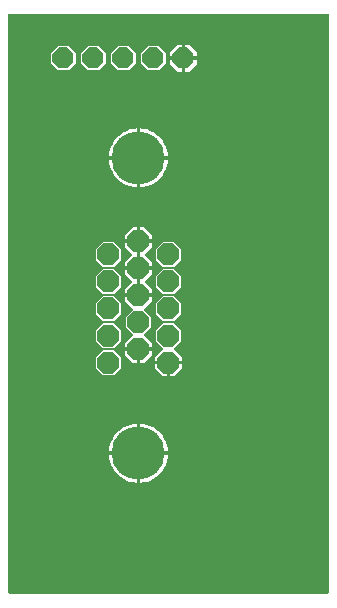
<source format=gbl>
G04 EAGLE Gerber X2 export*
%TF.Part,Single*%
%TF.FileFunction,Copper,L2,Bot,Mixed*%
%TF.FilePolarity,Positive*%
%TF.GenerationSoftware,Autodesk,EAGLE,9.0.0*%
%TF.CreationDate,2018-05-04T14:34:45Z*%
G75*
%MOIN*%
%FSLAX34Y34*%
%LPD*%
%AMOC8*
5,1,8,0,0,1.08239X$1,22.5*%
G01*
%ADD10P,0.076705X8X292.500000*%
%ADD11C,0.177165*%
%ADD12C,0.023780*%
%ADD13P,0.075767X8X22.500000*%
%ADD14C,0.032480*%
%ADD15C,0.021811*%

G36*
X10813Y151D02*
X10813Y151D01*
X10814Y151D01*
X10818Y152D01*
X10822Y152D01*
X10822Y153D01*
X10824Y153D01*
X10827Y155D01*
X10830Y157D01*
X10831Y158D01*
X10832Y158D01*
X10834Y161D01*
X10837Y164D01*
X10837Y165D01*
X10838Y166D01*
X10839Y169D01*
X10840Y173D01*
X10841Y174D01*
X10841Y175D01*
X10841Y180D01*
X10841Y19440D01*
X10841Y19441D01*
X10841Y19442D01*
X10840Y19446D01*
X10840Y19450D01*
X10839Y19450D01*
X10839Y19451D01*
X10837Y19455D01*
X10835Y19458D01*
X10835Y19459D01*
X10834Y19460D01*
X10831Y19462D01*
X10828Y19464D01*
X10827Y19465D01*
X10826Y19466D01*
X10823Y19467D01*
X10820Y19468D01*
X10819Y19468D01*
X10818Y19469D01*
X10812Y19469D01*
X180Y19469D01*
X179Y19469D01*
X178Y19469D01*
X174Y19468D01*
X171Y19468D01*
X170Y19467D01*
X169Y19467D01*
X165Y19465D01*
X162Y19463D01*
X161Y19462D01*
X158Y19459D01*
X156Y19456D01*
X155Y19455D01*
X155Y19454D01*
X153Y19451D01*
X152Y19448D01*
X152Y19446D01*
X151Y19445D01*
X151Y19440D01*
X151Y180D01*
X151Y179D01*
X151Y178D01*
X152Y174D01*
X152Y171D01*
X153Y170D01*
X153Y169D01*
X155Y165D01*
X157Y162D01*
X158Y161D01*
X161Y158D01*
X164Y156D01*
X165Y155D01*
X166Y155D01*
X169Y153D01*
X173Y152D01*
X174Y152D01*
X175Y151D01*
X180Y151D01*
X10812Y151D01*
X10813Y151D01*
G37*
%LPC*%
G36*
X4499Y8298D02*
X4499Y8298D01*
X4499Y8329D01*
X4499Y8330D01*
X4499Y8331D01*
X4498Y8335D01*
X4498Y8339D01*
X4497Y8340D01*
X4497Y8341D01*
X4495Y8344D01*
X4493Y8347D01*
X4492Y8348D01*
X4492Y8349D01*
X4489Y8351D01*
X4486Y8354D01*
X4485Y8354D01*
X4484Y8355D01*
X4481Y8356D01*
X4477Y8358D01*
X4476Y8358D01*
X4475Y8358D01*
X4470Y8358D01*
X4045Y8358D01*
X4045Y8488D01*
X4315Y8758D01*
X4316Y8759D01*
X4318Y8762D01*
X4320Y8765D01*
X4321Y8766D01*
X4321Y8767D01*
X4322Y8771D01*
X4323Y8775D01*
X4323Y8776D01*
X4323Y8777D01*
X4323Y8780D01*
X4323Y8784D01*
X4322Y8785D01*
X4322Y8786D01*
X4321Y8790D01*
X4319Y8793D01*
X4319Y8794D01*
X4318Y8795D01*
X4315Y8799D01*
X4085Y9029D01*
X4085Y9373D01*
X4315Y9603D01*
X4316Y9604D01*
X4318Y9607D01*
X4320Y9610D01*
X4321Y9611D01*
X4321Y9612D01*
X4322Y9616D01*
X4323Y9620D01*
X4323Y9621D01*
X4323Y9622D01*
X4323Y9625D01*
X4323Y9629D01*
X4322Y9630D01*
X4322Y9631D01*
X4321Y9635D01*
X4319Y9638D01*
X4319Y9639D01*
X4318Y9640D01*
X4315Y9644D01*
X4045Y9914D01*
X4045Y10043D01*
X4470Y10043D01*
X4471Y10043D01*
X4472Y10043D01*
X4476Y10044D01*
X4479Y10045D01*
X4480Y10045D01*
X4481Y10045D01*
X4485Y10047D01*
X4488Y10049D01*
X4489Y10050D01*
X4489Y10051D01*
X4492Y10053D01*
X4494Y10056D01*
X4495Y10057D01*
X4495Y10058D01*
X4497Y10062D01*
X4498Y10065D01*
X4498Y10066D01*
X4499Y10067D01*
X4499Y10072D01*
X4499Y10103D01*
X4501Y10103D01*
X4501Y10072D01*
X4501Y10071D01*
X4501Y10070D01*
X4502Y10067D01*
X4502Y10063D01*
X4503Y10062D01*
X4503Y10061D01*
X4505Y10058D01*
X4507Y10054D01*
X4508Y10054D01*
X4508Y10053D01*
X4511Y10051D01*
X4514Y10048D01*
X4515Y10048D01*
X4516Y10047D01*
X4519Y10046D01*
X4523Y10044D01*
X4524Y10044D01*
X4525Y10044D01*
X4530Y10043D01*
X4955Y10043D01*
X4955Y9914D01*
X4685Y9644D01*
X4685Y9643D01*
X4684Y9642D01*
X4682Y9639D01*
X4680Y9636D01*
X4679Y9635D01*
X4679Y9634D01*
X4678Y9631D01*
X4677Y9627D01*
X4677Y9626D01*
X4677Y9625D01*
X4677Y9621D01*
X4677Y9617D01*
X4678Y9616D01*
X4678Y9615D01*
X4679Y9612D01*
X4681Y9609D01*
X4681Y9608D01*
X4682Y9607D01*
X4685Y9603D01*
X4915Y9373D01*
X4915Y9029D01*
X4685Y8799D01*
X4685Y8798D01*
X4684Y8797D01*
X4683Y8796D01*
X4682Y8795D01*
X4682Y8794D01*
X4680Y8791D01*
X4679Y8790D01*
X4679Y8789D01*
X4678Y8786D01*
X4677Y8782D01*
X4677Y8781D01*
X4677Y8780D01*
X4677Y8776D01*
X4677Y8772D01*
X4678Y8771D01*
X4678Y8770D01*
X4679Y8767D01*
X4681Y8764D01*
X4681Y8763D01*
X4682Y8762D01*
X4685Y8758D01*
X4955Y8488D01*
X4955Y8358D01*
X4530Y8358D01*
X4529Y8358D01*
X4528Y8358D01*
X4524Y8358D01*
X4521Y8357D01*
X4520Y8356D01*
X4519Y8356D01*
X4515Y8354D01*
X4512Y8352D01*
X4511Y8352D01*
X4511Y8351D01*
X4508Y8348D01*
X4506Y8345D01*
X4505Y8344D01*
X4503Y8340D01*
X4502Y8337D01*
X4502Y8336D01*
X4501Y8335D01*
X4501Y8329D01*
X4501Y8298D01*
X4499Y8298D01*
G37*
%LPD*%
%LPC*%
G36*
X5499Y7848D02*
X5499Y7848D01*
X5499Y7878D01*
X5499Y7879D01*
X5499Y7881D01*
X5498Y7884D01*
X5498Y7888D01*
X5497Y7889D01*
X5497Y7890D01*
X5495Y7893D01*
X5493Y7896D01*
X5492Y7897D01*
X5492Y7898D01*
X5489Y7900D01*
X5486Y7903D01*
X5485Y7903D01*
X5484Y7904D01*
X5481Y7905D01*
X5477Y7907D01*
X5476Y7907D01*
X5475Y7907D01*
X5470Y7908D01*
X5045Y7908D01*
X5045Y8037D01*
X5315Y8307D01*
X5315Y8308D01*
X5316Y8308D01*
X5318Y8312D01*
X5320Y8315D01*
X5321Y8316D01*
X5321Y8317D01*
X5322Y8320D01*
X5323Y8324D01*
X5323Y8325D01*
X5323Y8326D01*
X5323Y8330D01*
X5323Y8333D01*
X5322Y8334D01*
X5322Y8335D01*
X5321Y8339D01*
X5319Y8342D01*
X5319Y8343D01*
X5318Y8344D01*
X5315Y8348D01*
X5085Y8578D01*
X5085Y8922D01*
X5328Y9165D01*
X5672Y9165D01*
X5915Y8922D01*
X5915Y8578D01*
X5685Y8348D01*
X5685Y8347D01*
X5684Y8347D01*
X5682Y8343D01*
X5680Y8340D01*
X5679Y8339D01*
X5679Y8338D01*
X5678Y8335D01*
X5677Y8331D01*
X5677Y8330D01*
X5677Y8329D01*
X5677Y8325D01*
X5677Y8322D01*
X5678Y8321D01*
X5678Y8320D01*
X5679Y8316D01*
X5681Y8313D01*
X5681Y8312D01*
X5682Y8311D01*
X5685Y8307D01*
X5955Y8037D01*
X5955Y7908D01*
X5530Y7908D01*
X5529Y7908D01*
X5528Y7908D01*
X5524Y7907D01*
X5521Y7906D01*
X5520Y7906D01*
X5519Y7905D01*
X5515Y7903D01*
X5512Y7902D01*
X5511Y7901D01*
X5511Y7900D01*
X5508Y7897D01*
X5506Y7895D01*
X5505Y7894D01*
X5505Y7893D01*
X5503Y7889D01*
X5502Y7886D01*
X5502Y7885D01*
X5501Y7884D01*
X5501Y7878D01*
X5501Y7848D01*
X5499Y7848D01*
G37*
%LPD*%
%LPC*%
G36*
X4334Y3855D02*
X4334Y3855D01*
X4226Y3879D01*
X4122Y3916D01*
X4022Y3964D01*
X3928Y4023D01*
X3842Y4092D01*
X3763Y4170D01*
X3694Y4257D01*
X3635Y4351D01*
X3587Y4451D01*
X3550Y4555D01*
X3526Y4663D01*
X3514Y4769D01*
X4441Y4769D01*
X4441Y3843D01*
X4334Y3855D01*
G37*
%LPD*%
%LPC*%
G36*
X4334Y13697D02*
X4334Y13697D01*
X4226Y13722D01*
X4122Y13758D01*
X4022Y13806D01*
X3928Y13865D01*
X3842Y13934D01*
X3763Y14013D01*
X3694Y14099D01*
X3635Y14193D01*
X3587Y14293D01*
X3550Y14398D01*
X3526Y14506D01*
X3514Y14612D01*
X4441Y14612D01*
X4441Y13685D01*
X4334Y13697D01*
G37*
%LPD*%
%LPC*%
G36*
X4559Y14612D02*
X4559Y14612D01*
X5486Y14612D01*
X5474Y14506D01*
X5450Y14398D01*
X5413Y14293D01*
X5365Y14193D01*
X5306Y14099D01*
X5237Y14013D01*
X5158Y13934D01*
X5072Y13865D01*
X4978Y13806D01*
X4878Y13758D01*
X4774Y13722D01*
X4666Y13697D01*
X4559Y13685D01*
X4559Y14612D01*
G37*
%LPD*%
%LPC*%
G36*
X3514Y14731D02*
X3514Y14731D01*
X3526Y14837D01*
X3550Y14945D01*
X3587Y15049D01*
X3635Y15149D01*
X3694Y15243D01*
X3763Y15330D01*
X3842Y15408D01*
X3928Y15477D01*
X4022Y15536D01*
X4122Y15584D01*
X4226Y15621D01*
X4334Y15645D01*
X4441Y15657D01*
X4441Y14731D01*
X3514Y14731D01*
G37*
%LPD*%
%LPC*%
G36*
X4559Y14731D02*
X4559Y14731D01*
X4559Y15657D01*
X4666Y15645D01*
X4774Y15621D01*
X4878Y15584D01*
X4978Y15536D01*
X5072Y15477D01*
X5158Y15408D01*
X5237Y15330D01*
X5306Y15243D01*
X5365Y15149D01*
X5413Y15049D01*
X5450Y14945D01*
X5474Y14837D01*
X5486Y14731D01*
X4559Y14731D01*
G37*
%LPD*%
%LPC*%
G36*
X4559Y4888D02*
X4559Y4888D01*
X4559Y5815D01*
X4666Y5803D01*
X4774Y5778D01*
X4878Y5742D01*
X4978Y5694D01*
X5072Y5635D01*
X5158Y5566D01*
X5237Y5487D01*
X5306Y5401D01*
X5365Y5307D01*
X5413Y5207D01*
X5450Y5102D01*
X5474Y4994D01*
X5486Y4888D01*
X4559Y4888D01*
G37*
%LPD*%
%LPC*%
G36*
X3514Y4888D02*
X3514Y4888D01*
X3526Y4994D01*
X3550Y5102D01*
X3587Y5207D01*
X3635Y5307D01*
X3694Y5401D01*
X3763Y5487D01*
X3842Y5566D01*
X3928Y5635D01*
X4022Y5694D01*
X4122Y5742D01*
X4226Y5778D01*
X4334Y5803D01*
X4441Y5815D01*
X4441Y4888D01*
X3514Y4888D01*
G37*
%LPD*%
%LPC*%
G36*
X4559Y4769D02*
X4559Y4769D01*
X5486Y4769D01*
X5474Y4663D01*
X5450Y4555D01*
X5413Y4451D01*
X5365Y4351D01*
X5306Y4257D01*
X5237Y4170D01*
X5158Y4092D01*
X5072Y4023D01*
X4978Y3964D01*
X4878Y3916D01*
X4774Y3879D01*
X4666Y3855D01*
X4559Y3843D01*
X4559Y4769D01*
G37*
%LPD*%
%LPC*%
G36*
X3328Y7433D02*
X3328Y7433D01*
X3085Y7676D01*
X3085Y8020D01*
X3328Y8264D01*
X3672Y8264D01*
X3915Y8020D01*
X3915Y7676D01*
X3672Y7433D01*
X3328Y7433D01*
G37*
%LPD*%
%LPC*%
G36*
X3328Y10138D02*
X3328Y10138D01*
X3085Y10381D01*
X3085Y10725D01*
X3328Y10968D01*
X3672Y10968D01*
X3915Y10725D01*
X3915Y10381D01*
X3672Y10138D01*
X3328Y10138D01*
G37*
%LPD*%
%LPC*%
G36*
X5328Y10138D02*
X5328Y10138D01*
X5085Y10381D01*
X5085Y10725D01*
X5328Y10968D01*
X5672Y10968D01*
X5915Y10725D01*
X5915Y10381D01*
X5672Y10138D01*
X5328Y10138D01*
G37*
%LPD*%
%LPC*%
G36*
X3328Y11040D02*
X3328Y11040D01*
X3085Y11283D01*
X3085Y11627D01*
X3328Y11870D01*
X3672Y11870D01*
X3915Y11627D01*
X3915Y11283D01*
X3672Y11040D01*
X3328Y11040D01*
G37*
%LPD*%
%LPC*%
G36*
X5328Y11040D02*
X5328Y11040D01*
X5085Y11283D01*
X5085Y11627D01*
X5328Y11870D01*
X5672Y11870D01*
X5915Y11627D01*
X5915Y11283D01*
X5672Y11040D01*
X5328Y11040D01*
G37*
%LPD*%
%LPC*%
G36*
X5328Y9236D02*
X5328Y9236D01*
X5085Y9480D01*
X5085Y9824D01*
X5328Y10067D01*
X5672Y10067D01*
X5915Y9824D01*
X5915Y9480D01*
X5672Y9236D01*
X5328Y9236D01*
G37*
%LPD*%
%LPC*%
G36*
X3328Y9236D02*
X3328Y9236D01*
X3085Y9480D01*
X3085Y9824D01*
X3328Y10067D01*
X3672Y10067D01*
X3915Y9824D01*
X3915Y9480D01*
X3672Y9236D01*
X3328Y9236D01*
G37*
%LPD*%
%LPC*%
G36*
X3328Y8335D02*
X3328Y8335D01*
X3085Y8578D01*
X3085Y8922D01*
X3328Y9165D01*
X3672Y9165D01*
X3915Y8922D01*
X3915Y8578D01*
X3672Y8335D01*
X3328Y8335D01*
G37*
%LPD*%
%LPC*%
G36*
X4830Y17589D02*
X4830Y17589D01*
X4589Y17830D01*
X4589Y18170D01*
X4830Y18411D01*
X5170Y18411D01*
X5411Y18170D01*
X5411Y17830D01*
X5170Y17589D01*
X4830Y17589D01*
G37*
%LPD*%
%LPC*%
G36*
X3830Y17589D02*
X3830Y17589D01*
X3589Y17830D01*
X3589Y18170D01*
X3830Y18411D01*
X4170Y18411D01*
X4411Y18170D01*
X4411Y17830D01*
X4170Y17589D01*
X3830Y17589D01*
G37*
%LPD*%
%LPC*%
G36*
X2830Y17589D02*
X2830Y17589D01*
X2589Y17830D01*
X2589Y18170D01*
X2830Y18411D01*
X3170Y18411D01*
X3411Y18170D01*
X3411Y17830D01*
X3170Y17589D01*
X2830Y17589D01*
G37*
%LPD*%
%LPC*%
G36*
X1830Y17589D02*
X1830Y17589D01*
X1589Y17830D01*
X1589Y18170D01*
X1830Y18411D01*
X2170Y18411D01*
X2411Y18170D01*
X2411Y17830D01*
X2170Y17589D01*
X1830Y17589D01*
G37*
%LPD*%
%LPC*%
G36*
X4559Y11063D02*
X4559Y11063D01*
X4559Y11846D01*
X4955Y11846D01*
X4955Y11717D01*
X4713Y11475D01*
X4712Y11474D01*
X4710Y11471D01*
X4708Y11468D01*
X4708Y11467D01*
X4707Y11466D01*
X4706Y11462D01*
X4705Y11458D01*
X4705Y11457D01*
X4705Y11456D01*
X4705Y11453D01*
X4705Y11449D01*
X4706Y11448D01*
X4706Y11447D01*
X4708Y11443D01*
X4709Y11440D01*
X4710Y11439D01*
X4710Y11438D01*
X4713Y11434D01*
X4955Y11192D01*
X4955Y11063D01*
X4559Y11063D01*
G37*
%LPD*%
%LPC*%
G36*
X4559Y10162D02*
X4559Y10162D01*
X4559Y10945D01*
X4955Y10945D01*
X4955Y10815D01*
X4713Y10574D01*
X4713Y10573D01*
X4712Y10572D01*
X4710Y10569D01*
X4708Y10566D01*
X4708Y10565D01*
X4707Y10564D01*
X4706Y10560D01*
X4705Y10557D01*
X4705Y10556D01*
X4705Y10555D01*
X4705Y10551D01*
X4705Y10547D01*
X4706Y10546D01*
X4706Y10545D01*
X4708Y10542D01*
X4709Y10538D01*
X4710Y10538D01*
X4710Y10537D01*
X4713Y10532D01*
X4955Y10291D01*
X4955Y10162D01*
X4559Y10162D01*
G37*
%LPD*%
%LPC*%
G36*
X4045Y11063D02*
X4045Y11063D01*
X4045Y11192D01*
X4287Y11434D01*
X4287Y11435D01*
X4288Y11436D01*
X4290Y11439D01*
X4292Y11442D01*
X4292Y11443D01*
X4293Y11444D01*
X4294Y11447D01*
X4295Y11451D01*
X4295Y11452D01*
X4295Y11453D01*
X4295Y11457D01*
X4295Y11461D01*
X4294Y11462D01*
X4294Y11463D01*
X4292Y11466D01*
X4291Y11469D01*
X4290Y11470D01*
X4290Y11471D01*
X4287Y11475D01*
X4045Y11717D01*
X4045Y11846D01*
X4441Y11846D01*
X4441Y11063D01*
X4045Y11063D01*
G37*
%LPD*%
%LPC*%
G36*
X4045Y10162D02*
X4045Y10162D01*
X4045Y10291D01*
X4287Y10532D01*
X4287Y10533D01*
X4288Y10534D01*
X4290Y10537D01*
X4292Y10540D01*
X4292Y10541D01*
X4293Y10542D01*
X4294Y10546D01*
X4295Y10549D01*
X4295Y10550D01*
X4295Y10551D01*
X4295Y10555D01*
X4295Y10559D01*
X4294Y10560D01*
X4294Y10561D01*
X4292Y10564D01*
X4291Y10568D01*
X4290Y10569D01*
X4290Y10570D01*
X4287Y10574D01*
X4045Y10815D01*
X4045Y10945D01*
X4441Y10945D01*
X4441Y10162D01*
X4045Y10162D01*
G37*
%LPD*%
%LPC*%
G36*
X4559Y11965D02*
X4559Y11965D01*
X4559Y12361D01*
X4688Y12361D01*
X4955Y12094D01*
X4955Y11965D01*
X4559Y11965D01*
G37*
%LPD*%
%LPC*%
G36*
X4045Y11965D02*
X4045Y11965D01*
X4045Y12094D01*
X4311Y12361D01*
X4441Y12361D01*
X4441Y11965D01*
X4045Y11965D01*
G37*
%LPD*%
%LPC*%
G36*
X4559Y7844D02*
X4559Y7844D01*
X4559Y8240D01*
X4955Y8240D01*
X4955Y8111D01*
X4689Y7844D01*
X4559Y7844D01*
G37*
%LPD*%
%LPC*%
G36*
X5559Y7393D02*
X5559Y7393D01*
X5559Y7789D01*
X5955Y7789D01*
X5955Y7660D01*
X5689Y7393D01*
X5559Y7393D01*
G37*
%LPD*%
%LPC*%
G36*
X4311Y7844D02*
X4311Y7844D01*
X4045Y8111D01*
X4045Y8240D01*
X4441Y8240D01*
X4441Y7844D01*
X4311Y7844D01*
G37*
%LPD*%
%LPC*%
G36*
X5311Y7393D02*
X5311Y7393D01*
X5045Y7660D01*
X5045Y7789D01*
X5441Y7789D01*
X5441Y7393D01*
X5311Y7393D01*
G37*
%LPD*%
%LPC*%
G36*
X6059Y18059D02*
X6059Y18059D01*
X6059Y18451D01*
X6187Y18451D01*
X6451Y18187D01*
X6451Y18059D01*
X6059Y18059D01*
G37*
%LPD*%
%LPC*%
G36*
X5813Y17549D02*
X5813Y17549D01*
X5549Y17813D01*
X5549Y17941D01*
X5941Y17941D01*
X5941Y17549D01*
X5813Y17549D01*
G37*
%LPD*%
%LPC*%
G36*
X5549Y18059D02*
X5549Y18059D01*
X5549Y18187D01*
X5813Y18451D01*
X5941Y18451D01*
X5941Y18059D01*
X5549Y18059D01*
G37*
%LPD*%
%LPC*%
G36*
X6059Y17549D02*
X6059Y17549D01*
X6059Y17941D01*
X6451Y17941D01*
X6451Y17813D01*
X6187Y17549D01*
X6059Y17549D01*
G37*
%LPD*%
%LPC*%
G36*
X4499Y11003D02*
X4499Y11003D01*
X4499Y11005D01*
X4501Y11005D01*
X4501Y11003D01*
X4499Y11003D01*
G37*
%LPD*%
%LPC*%
G36*
X4499Y11905D02*
X4499Y11905D01*
X4499Y11906D01*
X4501Y11906D01*
X4501Y11905D01*
X4499Y11905D01*
G37*
%LPD*%
%LPC*%
G36*
X4499Y14671D02*
X4499Y14671D01*
X4499Y14672D01*
X4501Y14672D01*
X4501Y14671D01*
X4499Y14671D01*
G37*
%LPD*%
%LPC*%
G36*
X5999Y17999D02*
X5999Y17999D01*
X5999Y18001D01*
X6001Y18001D01*
X6001Y17999D01*
X5999Y17999D01*
G37*
%LPD*%
%LPC*%
G36*
X4499Y4828D02*
X4499Y4828D01*
X4499Y4829D01*
X4501Y4829D01*
X4501Y4828D01*
X4499Y4828D01*
G37*
%LPD*%
D10*
X5500Y11455D03*
X5500Y10553D03*
X5500Y9652D03*
X5500Y8750D03*
X5500Y7848D03*
X3500Y11455D03*
X3500Y10553D03*
X3500Y9652D03*
X3500Y8750D03*
X3500Y7848D03*
X4500Y11906D03*
X4500Y11004D03*
X4500Y10102D03*
X4500Y9201D03*
X4500Y8299D03*
D11*
X4500Y14671D03*
X4500Y4829D03*
D12*
X10500Y16375D03*
X9750Y16375D03*
X9000Y16375D03*
X9750Y15125D03*
X10500Y15125D03*
X9000Y15125D03*
X9000Y18250D03*
X9750Y18250D03*
X10500Y18250D03*
X9000Y13250D03*
X9750Y13250D03*
X10500Y13250D03*
X10500Y10375D03*
X9750Y10375D03*
X9000Y10375D03*
X9750Y9125D03*
X10500Y9125D03*
X9000Y9125D03*
X9000Y12250D03*
X9750Y12250D03*
X10500Y12250D03*
X9000Y7250D03*
X9750Y7250D03*
X10500Y7250D03*
X10500Y4375D03*
X9750Y4375D03*
X9000Y4375D03*
X9750Y3125D03*
X10500Y3125D03*
X9000Y3125D03*
X9000Y6250D03*
X9750Y6250D03*
X10500Y6250D03*
X9000Y1250D03*
X9750Y1250D03*
X10500Y1250D03*
D13*
X4000Y18000D03*
X3000Y18000D03*
X2000Y18000D03*
X5000Y18000D03*
X6000Y18000D03*
D14*
X500Y500D03*
X2000Y500D03*
X3500Y500D03*
X5000Y500D03*
X6500Y500D03*
X8000Y500D03*
X9500Y500D03*
X500Y1625D03*
X500Y2750D03*
X500Y4250D03*
X500Y5750D03*
X500Y7250D03*
X500Y8750D03*
X500Y10250D03*
X500Y11750D03*
X500Y13250D03*
X500Y14750D03*
X500Y16250D03*
X500Y17750D03*
X500Y19250D03*
X2000Y19250D03*
X3500Y19250D03*
X5000Y19250D03*
X6500Y19250D03*
X8000Y19250D03*
X9500Y19250D03*
X10500Y19250D03*
X10500Y500D03*
D15*
X7125Y8125D03*
X6125Y10750D03*
X6000Y10125D03*
X6625Y10250D03*
X6500Y9625D03*
X6625Y9000D03*
X6125Y9500D03*
X6125Y8625D03*
X6250Y7500D03*
X6750Y7500D03*
X6750Y6250D03*
X6250Y6250D03*
X6250Y5250D03*
X6750Y5250D03*
X6250Y4375D03*
X6750Y4375D03*
X6500Y3625D03*
X6750Y8125D03*
X6625Y3000D03*
X6625Y2500D03*
X7125Y2125D03*
X6625Y14500D03*
X6625Y15000D03*
X6125Y11625D03*
X5750Y12125D03*
X6125Y12500D03*
X6625Y12125D03*
X6625Y12875D03*
X6125Y13375D03*
X6625Y13750D03*
X6125Y14375D03*
X6125Y15250D03*
X6500Y15750D03*
X7125Y14125D03*
M02*

</source>
